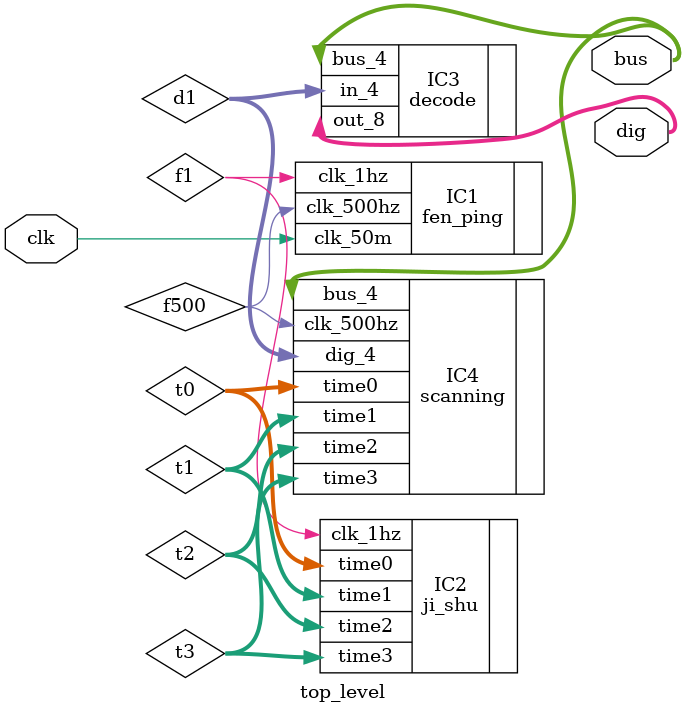
<source format=v>
module top_level(clk, dig, bus);
	input clk;
	output [7:0] dig;
	output [3:0] bus;
	
	wire f1, f500;
	wire[3:0] t0;
	wire[3:0] t1;
	wire[3:0] t2;
	wire[3:0] t3;
	wire[3:0] d1;
	wire[3:0] b1;
	
	fen_ping IC1(
	.clk_50m(clk),
	.clk_1hz(f1),
	.clk_500hz(f500)
	);
	
	ji_shu IC2(
	.clk_1hz(f1), 
	.time0(t0), 
	.time1(t1), 
	.time2(t2), 
	.time3(t3)
	);
	
	decode IC3(
	.in_4(d1), 
	.bus_4(bus),
	.out_8(dig)
	);
	
	scanning IC4(
	.clk_500hz(f500), 
	.time0(t0), 
	.time1(t1), 
	.time2(t2), 
	.time3(t3), 
	.dig_4(d1), 
	.bus_4(bus)
	);

endmodule
</source>
